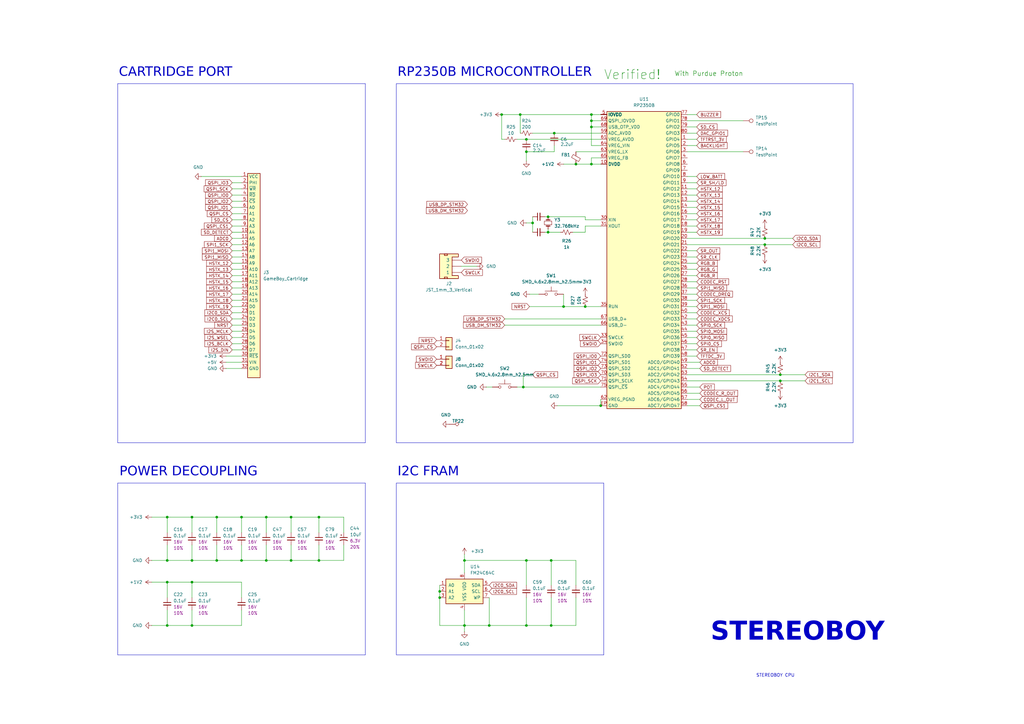
<source format=kicad_sch>
(kicad_sch (version 20250114) (generator "eeschema") (generator_version "9.0")
  (paper "A3")
  (rectangle (start 162.56 198.12) (end 247.65 268.605))
  (rectangle (start 162.56 34.29) (end 349.885 181.61))
  (rectangle (start 48.26 198.12) (end 149.86 268.605))
  (rectangle (start 48.26 34.29) (end 149.86 181.61))
  (text "STEREOBOY" (at 327.152 261.366 0) (effects (font (size 7.62 7.62) (italic yes))))
  (text "STEREOBOY CPU" (at 310.134 277.114 0) (effects (font (size 1.27 1.27)) (justify left)))
  (text "With Purdue Proton" (at 276.606 31.496 0) (effects (font (size 1.905 1.905)) (justify left bottom)))
  (text "I2C FRAM" (at 163.068 194.564 0) (effects (font (size 3.81 3.81) (thickness 0.2381)) (justify left)))
  (text "POWER DECOUPLING" (at 49.022 194.564 0) (effects (font (size 3.81 3.81) (thickness 0.2381)) (justify left)))
  (text "Verified!" (at 247.65 33.02 0) (effects (font (size 3.81 3.81)) (justify left bottom)))
  (text "CARTRIDGE PORT" (at 48.768 30.734 0) (effects (font (size 3.81 3.81) (thickness 0.2381)) (justify left)))
  (text "RP2350B MICROCONTROLLER" (at 163.068 30.734 0) (effects (font (size 3.81 3.81) (thickness 0.2381)) (justify left)))
  (junction (at 68.58 256.54))
  (junction (at 78.74 229.87))
  (junction (at 99.06 229.87))
  (junction (at 224.79 88.9))
  (junction (at 242.57 46.99))
  (junction (at 226.06 256.54))
  (junction (at 218.44 91.44))
  (junction (at 231.14 125.73))
  (junction (at 224.79 95.25))
  (junction (at 242.57 67.31))
  (junction (at 215.9 229.87))
  (junction (at 227.33 54.61))
  (junction (at 130.81 229.87))
  (junction (at 68.58 229.87))
  (junction (at 68.58 238.76))
  (junction (at 246.38 166.37))
  (junction (at 78.74 238.76))
  (junction (at 320.04 156.21))
  (junction (at 180.34 245.11))
  (junction (at 130.81 212.09))
  (junction (at 109.22 212.09))
  (junction (at 320.04 153.67))
  (junction (at 88.9 229.87))
  (junction (at 119.38 229.87))
  (junction (at 180.34 242.57))
  (junction (at 236.22 67.31))
  (junction (at 200.66 256.54))
  (junction (at 313.69 97.79))
  (junction (at 226.06 229.87))
  (junction (at 190.5 229.87))
  (junction (at 240.03 125.73))
  (junction (at 99.06 212.09))
  (junction (at 68.58 212.09))
  (junction (at 313.69 100.33))
  (junction (at 215.9 256.54))
  (junction (at 242.57 52.07))
  (junction (at 215.9 57.15))
  (junction (at 78.74 256.54))
  (junction (at 214.63 158.75))
  (junction (at 190.5 256.54))
  (junction (at 88.9 212.09))
  (junction (at 109.22 229.87))
  (junction (at 213.36 46.99))
  (junction (at 242.57 49.53))
  (junction (at 119.38 212.09))
  (junction (at 78.74 212.09))
  (junction (at 205.74 46.99))
  (junction (at 215.9 62.23))
  (wire (pts (xy 95.25 82.55) (xy 99.06 82.55)))
  (wire (pts (xy 215.9 256.54) (xy 226.06 256.54)))
  (wire (pts (xy 285.75 57.15) (xy 281.94 57.15)))
  (wire (pts (xy 213.36 46.99) (xy 213.36 54.61)))
  (wire (pts (xy 140.97 223.52) (xy 140.97 229.87)))
  (wire (pts (xy 190.5 227.33) (xy 190.5 229.87)))
  (wire (pts (xy 88.9 212.09) (xy 99.06 212.09)))
  (wire (pts (xy 190.5 259.08) (xy 190.5 256.54)))
  (wire (pts (xy 313.69 97.79) (xy 281.94 97.79)))
  (wire (pts (xy 88.9 212.09) (xy 88.9 218.44)))
  (wire (pts (xy 285.75 105.41) (xy 281.94 105.41)))
  (wire (pts (xy 287.02 148.59) (xy 281.94 148.59)))
  (wire (pts (xy 242.57 67.31) (xy 246.38 67.31)))
  (wire (pts (xy 281.94 156.21) (xy 320.04 156.21)))
  (wire (pts (xy 227.33 59.69) (xy 227.33 62.23)))
  (wire (pts (xy 99.06 245.11) (xy 99.06 238.76)))
  (wire (pts (xy 236.22 256.54) (xy 236.22 245.11)))
  (wire (pts (xy 213.36 46.99) (xy 242.57 46.99)))
  (wire (pts (xy 92.71 148.59) (xy 99.06 148.59)))
  (wire (pts (xy 78.74 238.76) (xy 99.06 238.76)))
  (wire (pts (xy 95.25 113.03) (xy 99.06 113.03)))
  (wire (pts (xy 246.38 64.77) (xy 242.57 64.77)))
  (wire (pts (xy 285.75 85.09) (xy 281.94 85.09)))
  (wire (pts (xy 236.22 62.23) (xy 246.38 62.23)))
  (wire (pts (xy 95.25 135.89) (xy 99.06 135.89)))
  (wire (pts (xy 205.74 46.99) (xy 205.74 57.15)))
  (wire (pts (xy 218.44 91.44) (xy 218.44 95.25)))
  (wire (pts (xy 281.94 62.23) (xy 304.8 62.23)))
  (wire (pts (xy 240.03 125.73) (xy 246.38 125.73)))
  (wire (pts (xy 242.57 52.07) (xy 242.57 49.53)))
  (wire (pts (xy 95.25 133.35) (xy 99.06 133.35)))
  (wire (pts (xy 285.75 120.65) (xy 281.94 120.65)))
  (wire (pts (xy 95.25 123.19) (xy 99.06 123.19)))
  (wire (pts (xy 78.74 256.54) (xy 99.06 256.54)))
  (wire (pts (xy 215.9 91.44) (xy 218.44 91.44)))
  (wire (pts (xy 226.06 256.54) (xy 236.22 256.54)))
  (wire (pts (xy 109.22 218.44) (xy 109.22 212.09)))
  (wire (pts (xy 99.06 250.19) (xy 99.06 256.54)))
  (wire (pts (xy 200.66 245.11) (xy 200.66 256.54)))
  (wire (pts (xy 227.33 62.23) (xy 215.9 62.23)))
  (wire (pts (xy 95.25 125.73) (xy 99.06 125.73)))
  (wire (pts (xy 212.09 158.75) (xy 214.63 158.75)))
  (wire (pts (xy 95.25 138.43) (xy 99.06 138.43)))
  (wire (pts (xy 285.75 128.27) (xy 281.94 128.27)))
  (wire (pts (xy 201.93 158.75) (xy 199.39 158.75)))
  (wire (pts (xy 92.71 146.05) (xy 99.06 146.05)))
  (wire (pts (xy 130.81 212.09) (xy 130.81 218.44)))
  (wire (pts (xy 231.14 67.31) (xy 236.22 67.31)))
  (wire (pts (xy 223.52 95.25) (xy 224.79 95.25)))
  (wire (pts (xy 78.74 223.52) (xy 78.74 229.87)))
  (wire (pts (xy 95.25 107.95) (xy 99.06 107.95)))
  (wire (pts (xy 229.87 95.25) (xy 224.79 95.25)))
  (wire (pts (xy 140.97 212.09) (xy 130.81 212.09)))
  (wire (pts (xy 95.25 143.51) (xy 99.06 143.51)))
  (wire (pts (xy 236.22 67.31) (xy 242.57 67.31)))
  (wire (pts (xy 95.25 128.27) (xy 99.06 128.27)))
  (wire (pts (xy 207.01 133.35) (xy 246.38 133.35)))
  (wire (pts (xy 78.74 229.87) (xy 88.9 229.87)))
  (wire (pts (xy 228.6 166.37) (xy 246.38 166.37)))
  (wire (pts (xy 325.12 100.33) (xy 313.69 100.33)))
  (wire (pts (xy 82.55 72.39) (xy 99.06 72.39)))
  (wire (pts (xy 285.75 77.47) (xy 281.94 77.47)))
  (wire (pts (xy 180.34 256.54) (xy 190.5 256.54)))
  (wire (pts (xy 92.71 151.13) (xy 99.06 151.13)))
  (wire (pts (xy 95.25 100.33) (xy 99.06 100.33)))
  (wire (pts (xy 281.94 153.67) (xy 320.04 153.67)))
  (wire (pts (xy 285.75 72.39) (xy 281.94 72.39)))
  (wire (pts (xy 190.5 256.54) (xy 190.5 250.19)))
  (wire (pts (xy 180.34 245.11) (xy 180.34 256.54)))
  (wire (pts (xy 68.58 256.54) (xy 78.74 256.54)))
  (wire (pts (xy 68.58 229.87) (xy 78.74 229.87)))
  (wire (pts (xy 285.75 92.71) (xy 281.94 92.71)))
  (wire (pts (xy 95.25 115.57) (xy 99.06 115.57)))
  (wire (pts (xy 236.22 229.87) (xy 236.22 240.03)))
  (wire (pts (xy 246.38 90.17) (xy 240.03 90.17)))
  (wire (pts (xy 190.5 229.87) (xy 215.9 229.87)))
  (wire (pts (xy 285.75 125.73) (xy 281.94 125.73)))
  (wire (pts (xy 227.33 54.61) (xy 246.38 54.61)))
  (wire (pts (xy 95.25 74.93) (xy 99.06 74.93)))
  (wire (pts (xy 242.57 46.99) (xy 246.38 46.99)))
  (wire (pts (xy 218.44 153.67) (xy 214.63 153.67)))
  (wire (pts (xy 218.44 54.61) (xy 227.33 54.61)))
  (wire (pts (xy 285.75 74.93) (xy 281.94 74.93)))
  (wire (pts (xy 246.38 59.69) (xy 242.57 59.69)))
  (wire (pts (xy 95.25 118.11) (xy 99.06 118.11)))
  (wire (pts (xy 95.25 97.79) (xy 99.06 97.79)))
  (wire (pts (xy 68.58 212.09) (xy 78.74 212.09)))
  (wire (pts (xy 214.63 158.75) (xy 246.38 158.75)))
  (wire (pts (xy 95.25 77.47) (xy 99.06 77.47)))
  (wire (pts (xy 119.38 212.09) (xy 119.38 218.44)))
  (wire (pts (xy 95.25 90.17) (xy 99.06 90.17)))
  (wire (pts (xy 226.06 256.54) (xy 226.06 245.11)))
  (wire (pts (xy 78.74 212.09) (xy 78.74 218.44)))
  (wire (pts (xy 180.34 242.57) (xy 180.34 245.11)))
  (wire (pts (xy 215.9 57.15) (xy 246.38 57.15)))
  (wire (pts (xy 285.75 80.01) (xy 281.94 80.01)))
  (wire (pts (xy 246.38 52.07) (xy 242.57 52.07)))
  (wire (pts (xy 62.23 256.54) (xy 68.58 256.54)))
  (wire (pts (xy 224.79 88.9) (xy 240.03 88.9)))
  (wire (pts (xy 287.02 161.29) (xy 281.94 161.29)))
  (wire (pts (xy 189.23 109.22) (xy 195.58 109.22)))
  (wire (pts (xy 231.14 120.65) (xy 231.14 125.73)))
  (wire (pts (xy 285.75 143.51) (xy 281.94 143.51)))
  (wire (pts (xy 287.02 163.83) (xy 281.94 163.83)))
  (wire (pts (xy 95.25 105.41) (xy 99.06 105.41)))
  (wire (pts (xy 95.25 102.87) (xy 99.06 102.87)))
  (wire (pts (xy 119.38 229.87) (xy 109.22 229.87)))
  (wire (pts (xy 95.25 140.97) (xy 99.06 140.97)))
  (wire (pts (xy 99.06 223.52) (xy 99.06 229.87)))
  (wire (pts (xy 215.9 240.03) (xy 215.9 229.87)))
  (wire (pts (xy 285.75 130.81) (xy 281.94 130.81)))
  (wire (pts (xy 304.8 49.53) (xy 281.94 49.53)))
  (wire (pts (xy 223.52 88.9) (xy 224.79 88.9)))
  (wire (pts (xy 285.75 113.03) (xy 281.94 113.03)))
  (wire (pts (xy 200.66 256.54) (xy 215.9 256.54)))
  (wire (pts (xy 285.75 87.63) (xy 281.94 87.63)))
  (wire (pts (xy 226.06 229.87) (xy 236.22 229.87)))
  (wire (pts (xy 109.22 212.09) (xy 99.06 212.09)))
  (wire (pts (xy 99.06 229.87) (xy 109.22 229.87)))
  (wire (pts (xy 88.9 229.87) (xy 99.06 229.87)))
  (wire (pts (xy 68.58 223.52) (xy 68.58 229.87)))
  (wire (pts (xy 313.69 100.33) (xy 281.94 100.33)))
  (wire (pts (xy 207.01 130.81) (xy 246.38 130.81)))
  (wire (pts (xy 140.97 218.44) (xy 140.97 212.09)))
  (wire (pts (xy 212.09 57.15) (xy 215.9 57.15)))
  (wire (pts (xy 214.63 153.67) (xy 214.63 158.75)))
  (wire (pts (xy 217.17 125.73) (xy 231.14 125.73)))
  (wire (pts (xy 285.75 82.55) (xy 281.94 82.55)))
  (wire (pts (xy 281.94 59.69) (xy 285.75 59.69)))
  (wire (pts (xy 62.23 212.09) (xy 68.58 212.09)))
  (wire (pts (xy 68.58 238.76) (xy 78.74 238.76)))
  (wire (pts (xy 95.25 110.49) (xy 99.06 110.49)))
  (wire (pts (xy 224.79 95.25) (xy 224.79 93.98)))
  (wire (pts (xy 242.57 49.53) (xy 242.57 46.99)))
  (wire (pts (xy 95.25 85.09) (xy 99.06 85.09)))
  (wire (pts (xy 68.58 212.09) (xy 68.58 218.44)))
  (wire (pts (xy 95.25 95.25) (xy 99.06 95.25)))
  (wire (pts (xy 285.75 107.95) (xy 281.94 107.95)))
  (wire (pts (xy 95.25 120.65) (xy 99.06 120.65)))
  (wire (pts (xy 130.81 229.87) (xy 119.38 229.87)))
  (wire (pts (xy 285.75 140.97) (xy 281.94 140.97)))
  (wire (pts (xy 218.44 88.9) (xy 218.44 91.44)))
  (wire (pts (xy 285.75 110.49) (xy 281.94 110.49)))
  (wire (pts (xy 246.38 92.71) (xy 240.03 92.71)))
  (wire (pts (xy 130.81 212.09) (xy 119.38 212.09)))
  (wire (pts (xy 242.57 59.69) (xy 242.57 52.07)))
  (wire (pts (xy 215.9 229.87) (xy 226.06 229.87)))
  (wire (pts (xy 240.03 90.17) (xy 240.03 88.9)))
  (wire (pts (xy 281.94 151.13) (xy 287.02 151.13)))
  (wire (pts (xy 62.23 238.76) (xy 68.58 238.76)))
  (wire (pts (xy 285.75 52.07) (xy 281.94 52.07)))
  (wire (pts (xy 119.38 212.09) (xy 109.22 212.09)))
  (wire (pts (xy 140.97 229.87) (xy 130.81 229.87)))
  (wire (pts (xy 99.06 218.44) (xy 99.06 212.09)))
  (wire (pts (xy 246.38 163.83) (xy 246.38 166.37)))
  (wire (pts (xy 285.75 90.17) (xy 281.94 90.17)))
  (wire (pts (xy 190.5 256.54) (xy 200.66 256.54)))
  (wire (pts (xy 68.58 238.76) (xy 68.58 245.11)))
  (wire (pts (xy 285.75 118.11) (xy 281.94 118.11)))
  (wire (pts (xy 78.74 250.19) (xy 78.74 256.54)))
  (wire (pts (xy 285.75 135.89) (xy 281.94 135.89)))
  (wire (pts (xy 330.2 156.21) (xy 320.04 156.21)))
  (wire (pts (xy 285.75 54.61) (xy 281.94 54.61)))
  (wire (pts (xy 285.75 95.25) (xy 281.94 95.25)))
  (wire (pts (xy 285.75 102.87) (xy 281.94 102.87)))
  (wire (pts (xy 285.75 115.57) (xy 281.94 115.57)))
  (wire (pts (xy 215.9 66.04) (xy 215.9 62.23)))
  (wire (pts (xy 78.74 238.76) (xy 78.74 245.11)))
  (wire (pts (xy 287.02 166.37) (xy 281.94 166.37)))
  (wire (pts (xy 180.34 240.03) (xy 180.34 242.57)))
  (wire (pts (xy 205.74 46.99) (xy 213.36 46.99)))
  (wire (pts (xy 246.38 49.53) (xy 242.57 49.53)))
  (wire (pts (xy 285.75 133.35) (xy 281.94 133.35)))
  (wire (pts (xy 95.25 92.71) (xy 99.06 92.71)))
  (wire (pts (xy 119.38 223.52) (xy 119.38 229.87)))
  (wire (pts (xy 88.9 223.52) (xy 88.9 229.87)))
  (wire (pts (xy 234.95 95.25) (xy 240.03 95.25)))
  (wire (pts (xy 78.74 212.09) (xy 88.9 212.09)))
  (wire (pts (xy 95.25 130.81) (xy 99.06 130.81)))
  (wire (pts (xy 68.58 250.19) (xy 68.58 256.54)))
  (wire (pts (xy 330.2 153.67) (xy 320.04 153.67)))
  (wire (pts (xy 95.25 80.01) (xy 99.06 80.01)))
  (wire (pts (xy 231.14 125.73) (xy 240.03 125.73)))
  (wire (pts (xy 215.9 245.11) (xy 215.9 256.54)))
  (wire (pts (xy 95.25 87.63) (xy 99.06 87.63)))
  (wire (pts (xy 130.81 223.52) (xy 130.81 229.87)))
  (wire (pts (xy 285.75 138.43) (xy 281.94 138.43)))
  (wire (pts (xy 242.57 64.77) (xy 242.57 67.31)))
  (wire (pts (xy 325.12 97.79) (xy 313.69 97.79)))
  (wire (pts (xy 109.22 223.52) (xy 109.22 229.87)))
  (wire (pts (xy 287.02 158.75) (xy 281.94 158.75)))
  (wire (pts (xy 240.03 92.71) (xy 240.03 95.25)))
  (wire (pts (xy 285.75 146.05) (xy 281.94 146.05)))
  (wire (pts (xy 285.75 123.19) (xy 281.94 123.19)))
  (wire (pts (xy 205.74 57.15) (xy 207.01 57.15)))
  (wire (pts (xy 281.94 46.99) (xy 285.75 46.99)))
  (wire (pts (xy 226.06 229.87) (xy 226.06 240.03)))
  (wire (pts (xy 190.5 234.95) (xy 190.5 229.87)))
  (wire (pts (xy 217.17 120.65) (xy 220.98 120.65)))
  (wire (pts (xy 62.23 229.87) (xy 68.58 229.87)))
  (global_label "SPI1_MOSI" (shape input) (at 95.25 102.87 180) (property "Intersheetrefs" "${INTERSHEET_REFS}" (effects (hide yes))))
  (global_label "QSPI_IO0" (shape input) (at 95.25 80.01 180) (property "Intersheetrefs" "${INTERSHEET_REFS}" (effects (hide yes))))
  (global_label "QSPI_SCK" (shape input) (at 95.25 77.47 180) (property "Intersheetrefs" "${INTERSHEET_REFS}" (effects (hide yes))))
  (global_label "QSPI_CS" (shape input) (at 218.44 153.67 0) (property "Intersheetrefs" "${INTERSHEET_REFS}" (effects (hide yes))))
  (global_label "HSTX_12" (shape input) (at 95.25 107.95 180) (property "Intersheetrefs" "${INTERSHEET_REFS}" (effects (hide yes))))
  (global_label "CODEC_XDCS" (shape input) (at 285.75 130.81 0) (property "Intersheetrefs" "${INTERSHEET_REFS}" (effects (hide yes))))
  (global_label "QSPI_IO2" (shape input) (at 246.38 151.13 180) (property "Intersheetrefs" "${INTERSHEET_REFS}" (effects (hide yes))))
  (global_label "TFTDC_3V" (shape input) (at 285.75 146.05 0) (property "Intersheetrefs" "${INTERSHEET_REFS}" (effects (hide yes))))
  (global_label "HSTX_14" (shape input) (at 95.25 113.03 180) (property "Intersheetrefs" "${INTERSHEET_REFS}" (effects (hide yes))))
  (global_label "HSTX_19" (shape input) (at 285.75 95.25 0) (property "Intersheetrefs" "${INTERSHEET_REFS}" (effects (hide yes))))
  (global_label "SD_DETECT" (shape input) (at 95.25 95.25 180) (property "Intersheetrefs" "${INTERSHEET_REFS}" (effects (hide yes))))
  (global_label "I2C0_SDA" (shape input) (at 95.25 128.27 180) (property "Intersheetrefs" "${INTERSHEET_REFS}" (effects (hide yes))))
  (global_label "SPI0_MOSI" (shape input) (at 285.75 135.89 0) (property "Intersheetrefs" "${INTERSHEET_REFS}" (effects (hide yes))))
  (global_label "USB_DP_STM32" (shape input) (at 191.77 83.82 180) (property "Intersheetrefs" "${INTERSHEET_REFS}" (effects (hide yes))))
  (global_label "QSPI_CS" (shape input) (at 95.25 87.63 180) (property "Intersheetrefs" "${INTERSHEET_REFS}" (effects (hide yes))))
  (global_label "NRST" (shape input) (at 217.17 125.73 180) (property "Intersheetrefs" "${INTERSHEET_REFS}" (effects (hide yes))))
  (global_label "BACKLIGHT" (shape input) (at 285.75 59.69 0) (property "Intersheetrefs" "${INTERSHEET_REFS}" (effects (hide yes))))
  (global_label "I2S_WSEL" (shape input) (at 95.25 138.43 180) (property "Intersheetrefs" "${INTERSHEET_REFS}" (effects (hide yes))))
  (global_label "NRST" (shape input) (at 179.07 139.7 180) (property "Intersheetrefs" "${INTERSHEET_REFS}" (effects (hide yes))))
  (global_label "TFTRST_3V" (shape input) (at 285.75 57.15 0) (property "Intersheetrefs" "${INTERSHEET_REFS}" (effects (hide yes))))
  (global_label "NRST" (shape input) (at 95.25 133.35 180) (property "Intersheetrefs" "${INTERSHEET_REFS}" (effects (hide yes))))
  (global_label "SPI1_MISO" (shape input) (at 285.75 118.11 0) (property "Intersheetrefs" "${INTERSHEET_REFS}" (effects (hide yes))))
  (global_label "SWDIO" (shape input) (at 246.38 140.97 180) (property "Intersheetrefs" "${INTERSHEET_REFS}" (effects (hide yes))))
  (global_label "I2S_DIN" (shape input) (at 95.25 143.51 180) (property "Intersheetrefs" "${INTERSHEET_REFS}" (effects (hide yes))))
  (global_label "QSPI_CS" (shape input) (at 179.07 142.24 180) (property "Intersheetrefs" "${INTERSHEET_REFS}" (effects (hide yes))))
  (global_label "SPI1_MOSI" (shape input) (at 285.75 125.73 0) (property "Intersheetrefs" "${INTERSHEET_REFS}" (effects (hide yes))))
  (global_label "HSTX_13" (shape input) (at 285.75 80.01 0) (property "Intersheetrefs" "${INTERSHEET_REFS}" (effects (hide yes))))
  (global_label "RGB_G" (shape input) (at 285.75 110.49 0) (property "Intersheetrefs" "${INTERSHEET_REFS}" (effects (hide yes))))
  (global_label "USB_DM_STM32" (shape input) (at 191.77 86.36 180) (property "Intersheetrefs" "${INTERSHEET_REFS}" (effects (hide yes))))
  (global_label "SR_SH{slash}LD" (shape input) (at 285.75 74.93 0) (property "Intersheetrefs" "${INTERSHEET_REFS}" (effects (hide yes))))
  (global_label "I2C0_SCL" (shape input) (at 325.12 100.33 0) (property "Intersheetrefs" "${INTERSHEET_REFS}" (effects (hide yes))))
  (global_label "SD_CS" (shape input) (at 285.75 52.07 0) (property "Intersheetrefs" "${INTERSHEET_REFS}" (effects (hide yes))))
  (global_label "CODEC_R_OUT" (shape input) (at 287.02 161.29 0) (property "Intersheetrefs" "${INTERSHEET_REFS}" (effects (hide yes))))
  (global_label "HSTX_13" (shape input) (at 95.25 110.49 180) (property "Intersheetrefs" "${INTERSHEET_REFS}" (effects (hide yes))))
  (global_label "RGB_R" (shape input) (at 285.75 113.03 0) (property "Intersheetrefs" "${INTERSHEET_REFS}" (effects (hide yes))))
  (global_label "ADC0" (shape input) (at 287.02 148.59 0) (property "Intersheetrefs" "${INTERSHEET_REFS}" (effects (hide yes))))
  (global_label "ADC0" (shape input) (at 95.25 97.79 180) (property "Intersheetrefs" "${INTERSHEET_REFS}" (effects (hide yes))))
  (global_label "QSPI_IO3" (shape input) (at 95.25 74.93 180) (property "Intersheetrefs" "${INTERSHEET_REFS}" (effects (hide yes))))
  (global_label "SPI1_SCK" (shape input) (at 285.75 123.19 0) (property "Intersheetrefs" "${INTERSHEET_REFS}" (effects (hide yes))))
  (global_label "SR_CLK" (shape input) (at 285.75 105.41 0) (property "Intersheetrefs" "${INTERSHEET_REFS}" (effects (hide yes))))
  (global_label "SPI1_MISO" (shape input) (at 95.25 105.41 180) (property "Intersheetrefs" "${INTERSHEET_REFS}" (effects (hide yes))))
  (global_label "SWCLK" (shape input) (at 246.38 138.43 180) (property "Intersheetrefs" "${INTERSHEET_REFS}" (effects (hide yes))))
  (global_label "HSTX_17" (shape input) (at 285.75 90.17 0) (property "Intersheetrefs" "${INTERSHEET_REFS}" (effects (hide yes))))
  (global_label "SR_OUT" (shape input) (at 285.75 102.87 0) (property "Intersheetrefs" "${INTERSHEET_REFS}" (effects (hide yes))))
  (global_label "CODEC_RST" (shape input) (at 285.75 115.57 0) (property "Intersheetrefs" "${INTERSHEET_REFS}" (effects (hide yes))))
  (global_label "HSTX_14" (shape input) (at 285.75 82.55 0) (property "Intersheetrefs" "${INTERSHEET_REFS}" (effects (hide yes))))
  (global_label "HSTX_15" (shape input) (at 95.25 115.57 180) (property "Intersheetrefs" "${INTERSHEET_REFS}" (effects (hide yes))))
  (global_label "QSPI_IO2" (shape input) (at 95.25 82.55 180) (property "Intersheetrefs" "${INTERSHEET_REFS}" (effects (hide yes))))
  (global_label "I2C1_SDA" (shape input) (at 330.2 153.67 0) (property "Intersheetrefs" "${INTERSHEET_REFS}" (effects (hide yes))))
  (global_label "HSTX_15" (shape input) (at 285.75 85.09 0) (property "Intersheetrefs" "${INTERSHEET_REFS}" (effects (hide yes))))
  (global_label "HSTX_17" (shape input) (at 95.25 120.65 180) (property "Intersheetrefs" "${INTERSHEET_REFS}" (effects (hide yes))))
  (global_label "RGB_B" (shape input) (at 285.75 107.95 0) (property "Intersheetrefs" "${INTERSHEET_REFS}" (effects (hide yes))))
  (global_label "I2C0_SDA" (shape input) (at 325.12 97.79 0) (property "Intersheetrefs" "${INTERSHEET_REFS}" (effects (hide yes))))
  (global_label "HSTX_19" (shape input) (at 95.25 125.73 180) (property "Intersheetrefs" "${INTERSHEET_REFS}" (effects (hide yes))))
  (global_label "I2C0_SCL" (shape input) (at 200.66 242.57 0) (property "Intersheetrefs" "${INTERSHEET_REFS}" (effects (hide yes))))
  (global_label "SD_CS" (shape input) (at 95.25 90.17 180) (property "Intersheetrefs" "${INTERSHEET_REFS}" (effects (hide yes))))
  (global_label "DAC_GPIO1" (shape input) (at 285.75 54.61 0) (property "Intersheetrefs" "${INTERSHEET_REFS}" (effects (hide yes))))
  (global_label "SR_EN" (shape input) (at 285.75 143.51 0) (property "Intersheetrefs" "${INTERSHEET_REFS}" (effects (hide yes))))
  (global_label "SWCLK" (shape input) (at 179.07 149.86 180) (property "Intersheetrefs" "${INTERSHEET_REFS}" (effects (hide yes))))
  (global_label "QSPI_IO1" (shape input) (at 95.25 85.09 180) (property "Intersheetrefs" "${INTERSHEET_REFS}" (effects (hide yes))))
  (global_label "QSPI_IO0" (shape input) (at 246.38 146.05 180) (property "Intersheetrefs" "${INTERSHEET_REFS}" (effects (hide yes))))
  (global_label "HSTX_12" (shape input) (at 285.75 77.47 0) (property "Intersheetrefs" "${INTERSHEET_REFS}" (effects (hide yes))))
  (global_label "CODEC_DREQ" (shape input) (at 285.75 120.65 0) (property "Intersheetrefs" "${INTERSHEET_REFS}" (effects (hide yes))))
  (global_label "CODEC_XCS" (shape input) (at 285.75 128.27 0) (property "Intersheetrefs" "${INTERSHEET_REFS}" (effects (hide yes))))
  (global_label "HSTX_16" (shape input) (at 95.25 118.11 180) (property "Intersheetrefs" "${INTERSHEET_REFS}" (effects (hide yes))))
  (global_label "QSPI_SCK" (shape input) (at 246.38 156.21 180) (property "Intersheetrefs" "${INTERSHEET_REFS}" (effects (hide yes))))
  (global_label "SPI0_CS" (shape input) (at 285.75 140.97 0) (property "Intersheetrefs" "${INTERSHEET_REFS}" (effects (hide yes))))
  (global_label "HSTX_18" (shape input) (at 285.75 92.71 0) (property "Intersheetrefs" "${INTERSHEET_REFS}" (effects (hide yes))))
  (global_label "LOW_BATT" (shape input) (at 285.75 72.39 0) (property "Intersheetrefs" "${INTERSHEET_REFS}" (effects (hide yes))))
  (global_label "QSPI_IO3" (shape input) (at 246.38 153.67 180) (property "Intersheetrefs" "${INTERSHEET_REFS}" (effects (hide yes))))
  (global_label "CODEC_L_OUT" (shape input) (at 287.02 163.83 0) (property "Intersheetrefs" "${INTERSHEET_REFS}" (effects (hide yes))))
  (global_label "I2C0_SDA" (shape input) (at 200.66 240.03 0) (property "Intersheetrefs" "${INTERSHEET_REFS}" (effects (hide yes))))
  (global_label "SD_DETECT" (shape input) (at 287.02 151.13 0) (property "Intersheetrefs" "${INTERSHEET_REFS}" (effects (hide yes))))
  (global_label "HSTX_16" (shape input) (at 285.75 87.63 0) (property "Intersheetrefs" "${INTERSHEET_REFS}" (effects (hide yes))))
  (global_label "I2C1_SCL" (shape input) (at 330.2 156.21 0) (property "Intersheetrefs" "${INTERSHEET_REFS}" (effects (hide yes))))
  (global_label "QSPI_CS1" (shape input) (at 95.25 92.71 180) (property "Intersheetrefs" "${INTERSHEET_REFS}" (effects (hide yes))))
  (global_label "SWDIO" (shape input) (at 179.07 147.32 180) (property "Intersheetrefs" "${INTERSHEET_REFS}" (effects (hide yes))))
  (global_label "BUZZER" (shape input) (at 285.75 46.99 0) (property "Intersheetrefs" "${INTERSHEET_REFS}" (effects (hide yes))))
  (global_label "HSTX_18" (shape input) (at 95.25 123.19 180) (property "Intersheetrefs" "${INTERSHEET_REFS}" (effects (hide yes))))
  (global_label "SPI1_SCK" (shape input) (at 95.25 100.33 180) (property "Intersheetrefs" "${INTERSHEET_REFS}" (effects (hide yes))))
  (global_label "QSPI_IO1" (shape input) (at 246.38 148.59 180) (property "Intersheetrefs" "${INTERSHEET_REFS}" (effects (hide yes))))
  (global_label "I2C0_SCL" (shape input) (at 95.25 130.81 180) (property "Intersheetrefs" "${INTERSHEET_REFS}" (effects (hide yes))))
  (global_label "I2S_BCLK" (shape input) (at 95.25 140.97 180) (property "Intersheetrefs" "${INTERSHEET_REFS}" (effects (hide yes))))
  (global_label "I2S_MCLK" (shape input) (at 95.25 135.89 180) (property "Intersheetrefs" "${INTERSHEET_REFS}" (effects (hide yes))))
  (global_label "SPI0_SCK" (shape input) (at 285.75 133.35 0) (property "Intersheetrefs" "${INTERSHEET_REFS}" (effects (hide yes))))
  (global_label "USB_DP_STM32" (shape input) (at 207.01 130.81 180) (property "Intersheetrefs" "${INTERSHEET_REFS}" (effects (hide yes))))
  (global_label "SPI0_MISO" (shape input) (at 285.75 138.43 0) (property "Intersheetrefs" "${INTERSHEET_REFS}" (effects (hide yes))))
  (global_label "SWDIO" (shape input) (at 189.23 106.68 0) (property "Intersheetrefs" "${INTERSHEET_REFS}" (effects (hide yes))))
  (global_label "SWCLK" (shape input) (at 189.23 111.76 0) (property "Intersheetrefs" "${INTERSHEET_REFS}" (effects (hide yes))))
  (global_label "QSPI_CS1" (shape input) (at 287.02 166.37 0) (property "Intersheetrefs" "${INTERSHEET_REFS}" (effects (hide yes))))
  (global_label "POT" (shape input) (at 287.02 158.75 0) (property "Intersheetrefs" "${INTERSHEET_REFS}" (effects (hide yes))))
  (global_label "USB_DM_STM32" (shape input) (at 207.01 133.35 180) (property "Intersheetrefs" "${INTERSHEET_REFS}" (effects (hide yes))))
  (symbol (lib_id "SparkFun-Resistor:330_0603") (at 313.69 95.25 90) (unit 1)
    (property "Reference" "R47" (at 308.61 95.25 0))
    (property "Value" "2.2K" (at 311.15 95.25 0))
    (property "Footprint" "Resistor_SMD:R_0402_1005Metric" (effects (hide yes)))
    (property "Datasheet" "https://www.vishay.com/docs/20035/dcrcwe3.pdf" (effects (hide yes)))
    (property "Description" "Resistor" (effects (hide yes)))
    (property "PROD_ID" "RES-00818" (effects (hide yes)))
  )
  (symbol (lib_id "SparkFun-Capacitor:0.1uF_0402_16V_10%") (at 78.74 220.98 0) (unit 1)
    (property "Reference" "C17" (at 81.28 217.1762 0) (effects (justify left)))
    (property "Value" "0.1uF" (at 81.28 219.7162 0) (effects (justify left)))
    (property "Footprint" "SparkFun-Capacitor:C_0402_1005Metric" (effects (hide yes)))
    (property "Datasheet" "https://cdn.sparkfun.com/assets/8/a/4/a/5/Kemet_Capacitor_Datasheet.pdf" (effects (hide yes)))
    (property "Description" "Unpolarized capacitor" (effects (hide yes)))
    (property "PROD_ID" "CAP-25565" (effects (hide yes)))
    (property "Voltage" "16V" (at 81.28 222.2562 0) (effects (justify left)))
    (property "Tolerance" "10%" (at 81.28 224.7962 0) (effects (justify left)))
  )
  (symbol (lib_id "power:+3V3") (at 62.23 212.09 90) (unit 1)
    (property "Reference" "#PWR037" (effects (hide yes)))
    (property "Value" "+3V3" (at 58.42 212.0899 90) (effects (justify left)))
    (property "Description" "Power symbol creates a global label with name \"+3V3\"" (effects (hide yes)))
  )
  (symbol (lib_id "power:GND") (at 228.6 166.37 270) (unit 1)
    (property "Reference" "#PWR093" (effects (hide yes)))
    (property "Value" "GND" (at 227.33 162.56 90))
    (property "Description" "Power symbol creates a global label with name \"GND\" , ground" (effects (hide yes)))
  )
  (symbol (lib_id "SparkFun-Resistor:330_0603") (at 320.04 151.13 90) (unit 1)
    (property "Reference" "R45" (at 314.96 151.13 0))
    (property "Value" "2.2K" (at 317.5 151.13 0))
    (property "Footprint" "Resistor_SMD:R_0402_1005Metric" (effects (hide yes)))
    (property "Datasheet" "https://www.vishay.com/docs/20035/dcrcwe3.pdf" (effects (hide yes)))
    (property "Description" "Resistor" (effects (hide yes)))
    (property "PROD_ID" "RES-00818" (effects (hide yes)))
  )
  (symbol (lib_id "power:+3V3") (at 320.04 161.29 180) (unit 1)
    (property "Reference" "#PWR0132" (effects (hide yes)))
    (property "Value" "+3V3" (at 320.04 166.37 0))
    (property "Description" "Power symbol creates a global label with name \"+3V3\"" (effects (hide yes)))
  )
  (symbol (lib_id "SparkFun-IC-Microcontroller:RP2350B") (at 264.16 106.68 0) (unit 1)
    (property "Reference" "U11" (at 264.16 40.64 0))
    (property "Value" "RP2350B" (at 264.16 43.18 0))
    (property "Footprint" "Package_DFN_QFN:QFN-80-1EP_10x10mm_P0.4mm_EP3.4x3.4mm" (effects (hide yes)))
    (property "Datasheet" "https://datasheets.raspberrypi.com/rp2350/rp2350-datasheet.pdf" (effects (hide yes)))
    (property "Description" "Raspberry Pi RP2350B 150MHz Dual ARM Cortex-M33 Microcontroller IC QFN-80" (effects (hide yes)))
    (property "PROD_ID" "IC-23690" (effects (hide yes)))
  )
  (symbol (lib_id "power:GND") (at 82.55 72.39 270) (unit 1)
    (property "Reference" "#PWR012" (effects (hide yes)))
    (property "Value" "GND" (at 81.28 68.58 90))
    (property "Description" "Power symbol creates a global label with name \"GND\" , ground" (effects (hide yes)))
  )
  (symbol (lib_id "SparkFun-Resistor:330_0603") (at 240.03 123.19 90) (unit 1)
    (property "Reference" "R27" (at 234.95 123.19 0))
    (property "Value" "10k" (at 237.49 123.19 0))
    (property "Footprint" "Resistor_SMD:R_0603_1608Metric" (effects (hide yes)))
    (property "Datasheet" "https://www.vishay.com/docs/20035/dcrcwe3.pdf" (effects (hide yes)))
    (property "Description" "Resistor" (effects (hide yes)))
    (property "PROD_ID" "RES-00818" (effects (hide yes)))
  )
  (symbol (lib_id "Connector:TestPoint_Alt") (at 184.15 173.99 270) (unit 1)
    (property "Reference" "TP22" (at 185.42 172.72 90) (effects (justify left)))
    (property "Value" "TestPoint_Alt" (effects (hide yes)))
    (property "Footprint" "TestPoint:TestPoint_Pad_1.5x1.5mm" (effects (hide yes)))
    (property "Description" "test point (alternative shape)" (effects (hide yes)))
  )
  (symbol (lib_id "Connector:TestPoint") (at 304.8 49.53 270) (unit 1)
    (property "Reference" "TP15" (at 309.88 48.26 90) (effects (justify left)))
    (property "Value" "TestPoint" (at 309.88 50.8 90) (effects (justify left)))
    (property "Footprint" "TestPoint:TestPoint_Pad_D1.0mm" (effects (hide yes)))
    (property "Description" "test point" (effects (hide yes)))
  )
  (symbol (lib_id "SparkFun-Capacitor:0.1uF_0402_16V_10%") (at 109.22 220.98 0) (unit 1)
    (property "Reference" "C47" (at 111.76 217.1762 0) (effects (justify left)))
    (property "Value" "0.1uF" (at 111.76 219.7162 0) (effects (justify left)))
    (property "Footprint" "SparkFun-Capacitor:C_0402_1005Metric" (effects (hide yes)))
    (property "Datasheet" "https://cdn.sparkfun.com/assets/8/a/4/a/5/Kemet_Capacitor_Datasheet.pdf" (effects (hide yes)))
    (property "Description" "Unpolarized capacitor" (effects (hide yes)))
    (property "PROD_ID" "CAP-25565" (effects (hide yes)))
    (property "Voltage" "16V" (at 111.76 222.2562 0) (effects (justify left)))
    (property "Tolerance" "10%" (at 111.76 224.7962 0) (effects (justify left)))
  )
  (symbol (lib_id "Device:C_Small") (at 227.33 57.15 0) (unit 1)
    (property "Reference" "C6" (at 229.87 57.1562 0) (effects (justify left)))
    (property "Value" "2.2uF" (at 229.87 59.182 0) (effects (justify left)))
    (property "Footprint" "Capacitor_SMD:C_0402_1005Metric" (effects (hide yes)))
    (property "Description" "Unpolarized capacitor, small symbol" (effects (hide yes)))
  )
  (symbol (lib_id "SparkFun-Capacitor:0.1uF_0402_16V_10%") (at 119.38 220.98 0) (unit 1)
    (property "Reference" "C57" (at 121.92 217.1762 0) (effects (justify left)))
    (property "Value" "0.1uF" (at 121.92 219.7162 0) (effects (justify left)))
    (property "Footprint" "SparkFun-Capacitor:C_0402_1005Metric" (effects (hide yes)))
    (property "Datasheet" "https://cdn.sparkfun.com/assets/8/a/4/a/5/Kemet_Capacitor_Datasheet.pdf" (effects (hide yes)))
    (property "Description" "Unpolarized capacitor" (effects (hide yes)))
    (property "PROD_ID" "CAP-25565" (effects (hide yes)))
    (property "Voltage" "16V" (at 121.92 222.2562 0) (effects (justify left)))
    (property "Tolerance" "10%" (at 121.92 224.7962 0) (effects (justify left)))
  )
  (symbol (lib_id "power:GND") (at 92.71 151.13 270) (unit 1)
    (property "Reference" "#PWR033" (effects (hide yes)))
    (property "Value" "GND" (at 87.122 151.13 90))
    (property "Description" "Power symbol creates a global label with name \"GND\" , ground" (effects (hide yes)))
  )
  (symbol (lib_id "SparkFun-Resistor:330_0603") (at 215.9 54.61 0) (unit 1)
    (property "Reference" "R24" (at 215.9 49.53 0))
    (property "Value" "200" (at 215.9 52.07 0))
    (property "Footprint" "Resistor_SMD:R_0402_1005Metric" (effects (hide yes)))
    (property "Datasheet" "https://www.vishay.com/docs/20035/dcrcwe3.pdf" (effects (hide yes)))
    (property "Description" "Resistor" (effects (hide yes)))
    (property "PROD_ID" "RES-00818" (effects (hide yes)))
  )
  (symbol (lib_id "SparkFun-Capacitor:0.1uF_0402_16V_10%") (at 88.9 220.98 0) (unit 1)
    (property "Reference" "C18" (at 91.44 217.1762 0) (effects (justify left)))
    (property "Value" "0.1uF" (at 91.44 219.7162 0) (effects (justify left)))
    (property "Footprint" "SparkFun-Capacitor:C_0402_1005Metric" (effects (hide yes)))
    (property "Datasheet" "https://cdn.sparkfun.com/assets/8/a/4/a/5/Kemet_Capacitor_Datasheet.pdf" (effects (hide yes)))
    (property "Description" "Unpolarized capacitor" (effects (hide yes)))
    (property "PROD_ID" "CAP-25565" (effects (hide yes)))
    (property "Voltage" "16V" (at 91.44 222.2562 0) (effects (justify left)))
    (property "Tolerance" "10%" (at 91.44 224.7962 0) (effects (justify left)))
  )
  (symbol (lib_id "power:GND") (at 190.5 259.08 0) (unit 1)
    (property "Reference" "#PWR0142" (effects (hide yes)))
    (property "Value" "GND" (at 190.5 264.16 0))
    (property "Description" "Power symbol creates a global label with name \"GND\" , ground" (effects (hide yes)))
  )
  (symbol (lib_id "SparkFun-Connector:Conn_01x02_P2.54mm") (at 184.15 139.7 0) (unit 1)
    (property "Reference" "J4" (at 186.69 139.7 0) (effects (justify left)))
    (property "Value" "Conn_01x02" (at 186.69 142.24 0) (effects (justify left)))
    (property "Footprint" "SparkFun-Connector:1x02_P2.54mm" (effects (hide yes)))
    (property "Description" "Basic 0.1\" PTH" (effects (hide yes)))
  )
  (symbol (lib_id "SparkFun-Capacitor:0.1uF_0402_16V_10%") (at 99.06 247.65 0) (unit 1)
    (property "Reference" "C25" (at 101.6 243.8462 0) (effects (justify left)))
    (property "Value" "0.1uF" (at 101.6 246.3862 0) (effects (justify left)))
    (property "Footprint" "SparkFun-Capacitor:C_0402_1005Metric" (effects (hide yes)))
    (property "Datasheet" "https://cdn.sparkfun.com/assets/8/a/4/a/5/Kemet_Capacitor_Datasheet.pdf" (effects (hide yes)))
    (property "Description" "Unpolarized capacitor" (effects (hide yes)))
    (property "PROD_ID" "CAP-25565" (effects (hide yes)))
    (property "Voltage" "16V" (at 101.6 248.9262 0) (effects (justify left)))
    (property "Tolerance" "10%" (at 101.6 251.4662 0) (effects (justify left)))
  )
  (symbol (lib_id "power:+3V3") (at 92.71 146.05 90) (unit 1)
    (property "Reference" "#PWR059" (effects (hide yes)))
    (property "Value" "+3V3" (at 88.9 146.05 90) (effects (justify left)))
    (property "Description" "Power symbol creates a global label with name \"+3V3\"" (effects (hide yes)))
  )
  (symbol (lib_id "SparkFun-Capacitor:0.1uF_0402_16V_10%") (at 226.06 242.57 0) (unit 1)
    (property "Reference" "C58" (at 228.6 238.7662 0) (effects (justify left)))
    (property "Value" "0.1uF" (at 228.6 241.3062 0) (effects (justify left)))
    (property "Footprint" "SparkFun-Capacitor:C_0402_1005Metric" (effects (hide yes)))
    (property "Datasheet" "https://cdn.sparkfun.com/assets/8/a/4/a/5/Kemet_Capacitor_Datasheet.pdf" (effects (hide yes)))
    (property "Description" "Unpolarized capacitor" (effects (hide yes)))
    (property "PROD_ID" "CAP-25565" (effects (hide yes)))
    (property "Voltage" "16V" (at 228.6 243.8462 0) (effects (justify left)))
    (property "Tolerance" "10%" (at 228.6 246.3862 0) (effects (justify left)))
  )
  (symbol (lib_id "power:+3V3") (at 313.69 92.71 0) (unit 1)
    (property "Reference" "#PWR0133" (effects (hide yes)))
    (property "Value" "+3V3" (at 313.69 87.63 0))
    (property "Description" "Power symbol creates a global label with name \"+3V3\"" (effects (hide yes)))
  )
  (symbol (lib_id "SparkFun-Resistor:330_0603") (at 209.55 57.15 0) (unit 1)
    (property "Reference" "R25" (at 209.55 52.07 0))
    (property "Value" "10" (at 209.55 54.61 0))
    (property "Footprint" "Resistor_SMD:R_0402_1005Metric" (effects (hide yes)))
    (property "Datasheet" "https://www.vishay.com/docs/20035/dcrcwe3.pdf" (effects (hide yes)))
    (property "Description" "Resistor" (effects (hide yes)))
    (property "PROD_ID" "RES-00818" (effects (hide yes)))
  )
  (symbol (lib_id "power:+3V3") (at 313.69 105.41 180) (unit 1)
    (property "Reference" "#PWR0134" (effects (hide yes)))
    (property "Value" "+3V3" (at 313.69 110.49 0))
    (property "Description" "Power symbol creates a global label with name \"+3V3\"" (effects (hide yes)))
  )
  (symbol (lib_id "SparkFun-Capacitor:0.1uF_0402_16V_10%") (at 215.9 242.57 0) (unit 1)
    (property "Reference" "C59" (at 218.44 238.7662 0) (effects (justify left)))
    (property "Value" "0.1uF" (at 218.44 241.3062 0) (effects (justify left)))
    (property "Footprint" "SparkFun-Capacitor:C_0805_2012Metric" (effects (hide yes)))
    (property "Datasheet" "https://cdn.sparkfun.com/assets/8/a/4/a/5/Kemet_Capacitor_Datasheet.pdf" (effects (hide yes)))
    (property "Description" "Unpolarized capacitor" (effects (hide yes)))
    (property "PROD_ID" "CAP-25565" (effects (hide yes)))
    (property "Voltage" "16V" (at 218.44 243.8462 0) (effects (justify left)))
    (property "Tolerance" "10%" (at 218.44 246.3862 0) (effects (justify left)))
  )
  (symbol (lib_id "SparkFun-Switch:SPST_Push_SMD_4.6x2.8mm_h2.5mm") (at 226.06 120.65 0) (unit 1)
    (property "Reference" "SW1" (at 226.06 113.03 0))
    (property "Value" "SMD_4.6x2.8mm_h2.5mm" (at 226.06 115.57 0))
    (property "Footprint" "SparkFun-Switch:Push_SMD_4.6x2.8mm_h2.5mm" (effects (hide yes)))
    (property "Description" "Single Pole Single Throw (SPST) switch" (effects (hide yes)))
    (property "PROD_ID" "SWCH-15606" (effects (hide yes)))
  )
  (symbol (lib_id "power:+3V3") (at 190.5 227.33 0) (unit 1)
    (property "Reference" "#PWR0118" (effects (hide yes)))
    (property "Value" "+3V3" (at 193.04 226.06 0) (effects (justify left)))
    (property "Description" "Power symbol creates a global label with name \"+3V3\"" (effects (hide yes)))
  )
  (symbol (lib_id "power:+1V2") (at 62.23 238.76 90) (unit 1)
    (property "Reference" "#PWR039" (effects (hide yes)))
    (property "Value" "+1V2" (at 58.42 238.7599 90) (effects (justify left)))
    (property "Description" "Power symbol creates a global label with name \"+1V2\"" (effects (hide yes)))
  )
  (symbol (lib_id "SparkFun-Resistor:330_0603") (at 313.69 102.87 90) (unit 1)
    (property "Reference" "R48" (at 308.61 102.87 0))
    (property "Value" "2.2K" (at 311.15 102.87 0))
    (property "Footprint" "Resistor_SMD:R_0402_1005Metric" (effects (hide yes)))
    (property "Datasheet" "https://www.vishay.com/docs/20035/dcrcwe3.pdf" (effects (hide yes)))
    (property "Description" "Resistor" (effects (hide yes)))
    (property "PROD_ID" "RES-00818" (effects (hide yes)))
  )
  (symbol (lib_id "SparkFun-Resistor:1k_0603") (at 232.41 95.25 0) (unit 1)
    (property "Reference" "R26" (at 232.41 98.806 0))
    (property "Value" "1k" (at 232.41 101.346 0))
    (property "Footprint" "Resistor_SMD:R_0402_1005Metric" (effects (hide yes)))
    (property "Datasheet" "https://www.vishay.com/docs/20035/dcrcwe3.pdf" (effects (hide yes)))
    (property "Description" "Resistor" (effects (hide yes)))
    (property "PROD_ID" "RES-07856" (effects (hide yes)))
  )
  (symbol (lib_id "Device:C_Small") (at 215.9 59.69 0) (unit 1)
    (property "Reference" "C14" (at 218.44 59.6962 0) (effects (justify left)))
    (property "Value" "2.2uF" (at 218.44 61.722 0) (effects (justify left)))
    (property "Footprint" "Capacitor_SMD:C_0402_1005Metric" (effects (hide yes)))
    (property "Description" "Unpolarized capacitor, small symbol" (effects (hide yes)))
  )
  (symbol (lib_id "power:+3V3") (at 205.74 46.99 90) (unit 1)
    (property "Reference" "#PWR072" (effects (hide yes)))
    (property "Value" "+3V3" (at 201.93 46.9899 90) (effects (justify left)))
    (property "Description" "Power symbol creates a global label with name \"+3V3\"" (effects (hide yes)))
  )
  (symbol (lib_id "power:+5V") (at 92.71 148.59 90) (unit 1)
    (property "Reference" "#PWR057" (effects (hide yes)))
    (property "Value" "+5V" (at 88.9 148.59 90) (effects (justify left)))
    (property "Description" "Power symbol creates a global label with name \"+5V\"" (effects (hide yes)))
  )
  (symbol (lib_id "SparkFun-Capacitor:0.1uF_0402_16V_10%") (at 68.58 220.98 0) (unit 1)
    (property "Reference" "C16" (at 71.12 217.1762 0) (effects (justify left)))
    (property "Value" "0.1uF" (at 71.12 219.7162 0) (effects (justify left)))
    (property "Footprint" "SparkFun-Capacitor:C_0402_1005Metric" (effects (hide yes)))
    (property "Datasheet" "https://cdn.sparkfun.com/assets/8/a/4/a/5/Kemet_Capacitor_Datasheet.pdf" (effects (hide yes)))
    (property "Description" "Unpolarized capacitor" (effects (hide yes)))
    (property "PROD_ID" "CAP-25565" (effects (hide yes)))
    (property "Voltage" "16V" (at 71.12 222.2562 0) (effects (justify left)))
    (property "Tolerance" "10%" (at 71.12 224.7962 0) (effects (justify left)))
  )
  (symbol (lib_id "SparkFun-Connector:Conn_01x03_JST_P1.0mm_Vertical_SMD") (at 184.15 109.22 180) (unit 1)
    (property "Reference" "J2" (at 184.15 116.332 0))
    (property "Value" "JST_1mm_3_Vertical" (at 184.15 118.872 0))
    (property "Footprint" "SparkFun-Connector:JST_1x03_P1.0mm_Horizontal_SMD" (effects (hide yes)))
    (property "Datasheet" "http://www.4uconnector.com/online/object/4udrawing/07265.pdf" (effects (hide yes)))
    (property "Description" "3 Pin 1mm JST Connector" (effects (hide yes)))
    (property "PROD_ID" "CONN-24642" (effects (hide yes)))
  )
  (symbol (lib_id "SparkFun-Clock:Crystal_32.768kHz_3.2x1.5mm") (at 224.79 91.44 270) (unit 1)
    (property "Reference" "Y3" (at 227.33 90.1699 90) (effects (justify left)))
    (property "Value" "32.768kHz" (at 227.33 92.7099 90) (effects (justify left)))
    (property "Footprint" "SparkFun-Clock:Crystal_SMD_3.2x1.5mm" (effects (hide yes)))
    (property "Datasheet" "https://abracon.com/Resonators/ABS07.pdf" (effects (hide yes)))
    (property "Description" "Crystal" (effects (hide yes)))
    (property "PROD_ID" "XTAL-13062" (effects (hide yes)))
  )
  (symbol (lib_id "power:GND") (at 62.23 256.54 270) (unit 1)
    (property "Reference" "#PWR040" (effects (hide yes)))
    (property "Value" "GND" (at 58.42 256.5399 90) (effects (justify right)))
    (property "Description" "Power symbol creates a global label with name \"GND\" , ground" (effects (hide yes)))
  )
  (symbol (lib_id "SparkFun-Capacitor:0.1uF_0402_16V_10%") (at 130.81 220.98 0) (unit 1)
    (property "Reference" "C79" (at 133.35 217.1762 0) (effects (justify left)))
    (property "Value" "0.1uF" (at 133.35 219.7162 0) (effects (justify left)))
    (property "Footprint" "SparkFun-Capacitor:C_0402_1005Metric" (effects (hide yes)))
    (property "Datasheet" "https://cdn.sparkfun.com/assets/8/a/4/a/5/Kemet_Capacitor_Datasheet.pdf" (effects (hide yes)))
    (property "Description" "Unpolarized capacitor" (effects (hide yes)))
    (property "PROD_ID" "CAP-25565" (effects (hide yes)))
    (property "Voltage" "16V" (at 133.35 222.2562 0) (effects (justify left)))
    (property "Tolerance" "10%" (at 133.35 224.7962 0) (effects (justify left)))
  )
  (symbol (lib_id "power:GND") (at 62.23 229.87 270) (unit 1)
    (property "Reference" "#PWR032" (effects (hide yes)))
    (property "Value" "GND" (at 58.42 229.8699 90) (effects (justify right)))
    (property "Description" "Power symbol creates a global label with name \"GND\" , ground" (effects (hide yes)))
  )
  (symbol (lib_id "SparkFun-Capacitor:18pF_0603_50V_5%") (at 220.98 88.9 90) (unit 1)
    (property "Reference" "C20" (effects (hide yes)))
    (property "Value" "15pF" (effects (hide yes)))
    (property "Footprint" "SparkFun-Capacitor:C_0402_1005Metric" (effects (hide yes)))
    (property "Datasheet" "https://cdn.sparkfun.com/assets/8/a/4/a/5/Kemet_Capacitor_Datasheet.pdf" (effects (hide yes)))
    (property "Description" "Unpolarized capacitor" (effects (hide yes)))
    (property "PROD_ID" "CAP-08267" (effects (hide yes)))
    (property "Voltage" "50V" (effects (hide yes)))
    (property "Tolerance" "5%" (effects (hide yes)))
  )
  (symbol (lib_id "SparkFun-Capacitor:18pF_0603_50V_5%") (at 220.98 95.25 90) (unit 1)
    (property "Reference" "C21" (effects (hide yes)))
    (property "Value" "15pF" (effects (hide yes)))
    (property "Footprint" "SparkFun-Capacitor:C_0402_1005Metric" (effects (hide yes)))
    (property "Datasheet" "https://cdn.sparkfun.com/assets/8/a/4/a/5/Kemet_Capacitor_Datasheet.pdf" (effects (hide yes)))
    (property "Description" "Unpolarized capacitor" (effects (hide yes)))
    (property "PROD_ID" "CAP-08267" (effects (hide yes)))
    (property "Voltage" "50V" (effects (hide yes)))
    (property "Tolerance" "5%" (effects (hide yes)))
  )
  (symbol (lib_id "SparkFun-Capacitor:0.1uF_0402_16V_10%") (at 99.06 220.98 0) (unit 1)
    (property "Reference" "C19" (at 101.6 217.1762 0) (effects (justify left)))
    (property "Value" "0.1uF" (at 101.6 219.7162 0) (effects (justify left)))
    (property "Footprint" "SparkFun-Capacitor:C_0402_1005Metric" (effects (hide yes)))
    (property "Datasheet" "https://cdn.sparkfun.com/assets/8/a/4/a/5/Kemet_Capacitor_Datasheet.pdf" (effects (hide yes)))
    (property "Description" "Unpolarized capacitor" (effects (hide yes)))
    (property "PROD_ID" "CAP-25565" (effects (hide yes)))
    (property "Voltage" "16V" (at 101.6 222.2562 0) (effects (justify left)))
    (property "Tolerance" "10%" (at 101.6 224.7962 0) (effects (justify left)))
  )
  (symbol (lib_id "SparkFun-Capacitor:0.1uF_0402_16V_10%") (at 78.74 247.65 0) (unit 1)
    (property "Reference" "C23" (at 81.28 243.8462 0) (effects (justify left)))
    (property "Value" "0.1uF" (at 81.28 246.3862 0) (effects (justify left)))
    (property "Footprint" "SparkFun-Capacitor:C_0402_1005Metric" (effects (hide yes)))
    (property "Datasheet" "https://cdn.sparkfun.com/assets/8/a/4/a/5/Kemet_Capacitor_Datasheet.pdf" (effects (hide yes)))
    (property "Description" "Unpolarized capacitor" (effects (hide yes)))
    (property "PROD_ID" "CAP-25565" (effects (hide yes)))
    (property "Voltage" "16V" (at 81.28 248.9262 0) (effects (justify left)))
    (property "Tolerance" "10%" (at 81.28 251.4662 0) (effects (justify left)))
  )
  (symbol (lib_id "power:GND") (at 195.58 109.22 90) (unit 1)
    (property "Reference" "#PWR090" (effects (hide yes)))
    (property "Value" "GND" (at 199.39 109.2199 90) (effects (justify right)))
    (property "Description" "Power symbol creates a global label with name \"GND\" , ground" (effects (hide yes)))
  )
  (symbol (lib_id "power:GND") (at 215.9 66.04 0) (unit 1)
    (property "Reference" "#PWR075" (effects (hide yes)))
    (property "Value" "GND" (at 215.9 71.12 0))
    (property "Description" "Power symbol creates a global label with name \"GND\" , ground" (effects (hide yes)))
  )
  (symbol (lib_id "power:+3V3") (at 240.03 120.65 0) (unit 1)
    (property "Reference" "#PWR086" (effects (hide yes)))
    (property "Value" "+3V3" (at 240.03 115.57 0))
    (property "Description" "Power symbol creates a global label with name \"+3V3\"" (effects (hide yes)))
  )
  (symbol (lib_id "power:GND") (at 199.39 158.75 270) (unit 1)
    (property "Reference" "#PWR091" (effects (hide yes)))
    (property "Value" "GND" (at 195.58 158.7499 90) (effects (justify right)))
    (property "Description" "Power symbol creates a global label with name \"GND\" , ground" (effects (hide yes)))
  )
  (symbol (lib_id "power:GND") (at 215.9 91.44 270) (unit 1)
    (property "Reference" "#PWR082" (effects (hide yes)))
    (property "Value" "GND" (at 212.09 91.4399 90) (effects (justify right)))
    (property "Description" "Power symbol creates a global label with name \"GND\" , ground" (effects (hide yes)))
  )
  (symbol (lib_id "Gekkio_Connector_Specialized:GameBoy_Cartridge") (at 104.14 113.03 0) (unit 1)
    (property "Reference" "J3" (at 107.95 111.7599 0) (effects (justify left)))
    (property "Value" "GameBoy_Cartridge" (at 107.95 114.2999 0) (effects (justify left)))
    (property "Footprint" "GAMEBOY_PARTS:MGB-CART-CONN" (effects (hide yes)))
    (property "Description" "Game Boy cartridge edge connector" (effects (hide yes)))
  )
  (symbol (lib_id "Connector:TestPoint") (at 304.8 62.23 270) (unit 1)
    (property "Reference" "TP14" (at 309.88 60.96 90) (effects (justify left)))
    (property "Value" "TestPoint" (at 309.88 63.5 90) (effects (justify left)))
    (property "Footprint" "TestPoint:TestPoint_Pad_D1.0mm" (effects (hide yes)))
    (property "Description" "test point" (effects (hide yes)))
  )
  (symbol (lib_id "power:GND") (at 217.17 120.65 270) (unit 1)
    (property "Reference" "#PWR085" (effects (hide yes)))
    (property "Value" "GND" (at 213.36 120.6499 90) (effects (justify right)))
    (property "Description" "Power symbol creates a global label with name \"GND\" , ground" (effects (hide yes)))
  )
  (symbol (lib_id "power:+1V2") (at 231.14 67.31 90) (unit 1)
    (property "Reference" "#PWR076" (effects (hide yes)))
    (property "Value" "+1V2" (at 227.33 67.3099 90) (effects (justify left)))
    (property "Description" "Power symbol creates a global label with name \"+1V2\"" (effects (hide yes)))
  )
  (symbol (lib_id "SparkFun-Switch:SPST_Push_SMD_4.6x2.8mm_h2.5mm") (at 207.01 158.75 0) (unit 1)
    (property "Reference" "SW2" (at 207.01 151.13 0))
    (property "Value" "SMD_4.6x2.8mm_h2.5mm" (at 207.01 153.67 0))
    (property "Footprint" "SparkFun-Switch:Push_SMD_4.6x2.8mm_h2.5mm" (effects (hide yes)))
    (property "Description" "Single Pole Single Throw (SPST) switch" (effects (hide yes)))
    (property "PROD_ID" "SWCH-15606" (effects (hide yes)))
  )
  (symbol (lib_id "SparkFun-Capacitor:0.1uF_0402_16V_10%") (at 236.22 242.57 0) (unit 1)
    (property "Reference" "C60" (at 238.76 238.7662 0) (effects (justify left)))
    (property "Value" "0.1uF" (at 238.76 241.3062 0) (effects (justify left)))
    (property "Footprint" "SparkFun-Capacitor:C_0402_1005Metric" (effects (hide yes)))
    (property "Datasheet" "https://cdn.sparkfun.com/assets/8/a/4/a/5/Kemet_Capacitor_Datasheet.pdf" (effects (hide yes)))
    (property "Description" "Unpolarized capacitor" (effects (hide yes)))
    (property "PROD_ID" "CAP-25565" (effects (hide yes)))
    (property "Voltage" "16V" (at 238.76 243.8462 0) (effects (justify left)))
    (property "Tolerance" "10%" (at 238.76 246.3862 0) (effects (justify left)))
  )
  (symbol (lib_id "power:+3V3") (at 320.04 148.59 0) (unit 1)
    (property "Reference" "#PWR087" (effects (hide yes)))
    (property "Value" "+3V3" (at 320.04 143.51 0))
    (property "Description" "Power symbol creates a global label with name \"+3V3\"" (effects (hide yes)))
  )
  (symbol (lib_id "Memory_NVRAM:FM24C64C") (at 190.5 242.57 0) (unit 1)
    (property "Reference" "U14" (at 192.8272 232.41 0) (effects (justify left)))
    (property "Value" "FM24C64C" (at 192.8272 234.95 0) (effects (justify left)))
    (property "Footprint" "Package_SO:SOIC-8_3.9x4.9mm_P1.27mm" (effects (hide yes)))
    (property "Datasheet" "http://www.cypress.com/file/41651/download" (effects (hide yes)))
    (property "Description" "64Kb serial FRAM nonvolatile Memory, SOIC-8" (effects (hide yes)))
  )
  (symbol (lib_id "SparkFun-Capacitor:10uF_0603_6.3V_20%_Polar(Tant)") (at 140.97 220.98 0) (unit 1)
    (property "Reference" "C44" (at 143.51 216.7382 0) (effects (justify left)))
    (property "Value" "10uF" (at 143.51 219.2782 0) (effects (justify left)))
    (property "Footprint" "Capacitor_SMD:CP_Elec_6.3x4.5" (effects (hide yes)))
    (property "Datasheet" "https://datasheets.kyocera-avx.com/tc-series.pdf" (effects (hide yes)))
    (property "Description" "Capacitor Tantalum 10uF 6.3V +/-20% 0603" (effects (hide yes)))
    (property "PROD_ID" "CAP-13210" (effects (hide yes)))
    (property "Voltage" "6.3V" (at 143.51 221.8182 0) (effects (justify left)))
    (property "Tolerance" "20%" (at 143.51 224.3582 0) (effects (justify left)))
  )
  (symbol (lib_id "power:GND") (at 184.15 173.99 270) (unit 1)
    (property "Reference" "#PWR0129" (effects (hide yes)))
    (property "Value" "GND" (at 182.88 170.18 90))
    (property "Description" "Power symbol creates a global label with name \"GND\" , ground" (effects (hide yes)))
  )
  (symbol (lib_id "SparkFun-Resistor:330_0603") (at 320.04 158.75 90) (unit 1)
    (property "Reference" "R46" (at 314.96 158.75 0))
    (property "Value" "2.2K" (at 317.5 158.75 0))
    (property "Footprint" "Resistor_SMD:R_0402_1005Metric" (effects (hide yes)))
    (property "Datasheet" "https://www.vishay.com/docs/20035/dcrcwe3.pdf" (effects (hide yes)))
    (property "Description" "Resistor" (effects (hide yes)))
    (property "PROD_ID" "RES-00818" (effects (hide yes)))
  )
  (symbol (lib_id "Device:FerriteBead_Small") (at 236.22 64.77 180) (unit 1)
    (property "Reference" "FB1" (at 233.934 63.5 0) (effects (justify left)))
    (property "Value" "FerriteBead_Small" (effects (hide yes)))
    (property "Footprint" "Inductor_SMD:L_0402_1005Metric" (effects (hide yes)))
    (property "Description" "Ferrite bead, small symbol" (effects (hide yes)))
  )
  (symbol (lib_id "SparkFun-Connector:Conn_01x02_P2.54mm") (at 184.15 147.32 0) (unit 1)
    (property "Reference" "J8" (at 186.69 147.32 0) (effects (justify left)))
    (property "Value" "Conn_01x02" (at 186.69 149.86 0) (effects (justify left)))
    (property "Footprint" "SparkFun-Connector:1x02_P2.54mm" (effects (hide yes)))
    (property "Description" "Basic 0.1\" PTH" (effects (hide yes)))
  )
  (symbol (lib_id "SparkFun-Capacitor:0.1uF_0402_16V_10%") (at 68.58 247.65 0) (unit 1)
    (property "Reference" "C22" (at 71.12 243.8462 0) (effects (justify left)))
    (property "Value" "0.1uF" (at 71.12 246.3862 0) (effects (justify left)))
    (property "Footprint" "SparkFun-Capacitor:C_0402_1005Metric" (effects (hide yes)))
    (property "Datasheet" "https://cdn.sparkfun.com/assets/8/a/4/a/5/Kemet_Capacitor_Datasheet.pdf" (effects (hide yes)))
    (property "Description" "Unpolarized capacitor" (effects (hide yes)))
    (property "PROD_ID" "CAP-25565" (effects (hide yes)))
    (property "Voltage" "16V" (at 71.12 248.9262 0) (effects (justify left)))
    (property "Tolerance" "10%" (at 71.12 251.4662 0) (effects (justify left)))
  )
)
</source>
